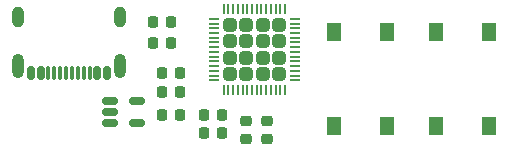
<source format=gbr>
%TF.GenerationSoftware,KiCad,Pcbnew,8.0.2*%
%TF.CreationDate,2024-05-17T16:53:08+03:00*%
%TF.ProjectId,zamonaryboard,7a616d6f-6e61-4727-9962-6f6172642e6b,rev?*%
%TF.SameCoordinates,Original*%
%TF.FileFunction,Paste,Top*%
%TF.FilePolarity,Positive*%
%FSLAX46Y46*%
G04 Gerber Fmt 4.6, Leading zero omitted, Abs format (unit mm)*
G04 Created by KiCad (PCBNEW 8.0.2) date 2024-05-17 16:53:08*
%MOMM*%
%LPD*%
G01*
G04 APERTURE LIST*
G04 Aperture macros list*
%AMRoundRect*
0 Rectangle with rounded corners*
0 $1 Rounding radius*
0 $2 $3 $4 $5 $6 $7 $8 $9 X,Y pos of 4 corners*
0 Add a 4 corners polygon primitive as box body*
4,1,4,$2,$3,$4,$5,$6,$7,$8,$9,$2,$3,0*
0 Add four circle primitives for the rounded corners*
1,1,$1+$1,$2,$3*
1,1,$1+$1,$4,$5*
1,1,$1+$1,$6,$7*
1,1,$1+$1,$8,$9*
0 Add four rect primitives between the rounded corners*
20,1,$1+$1,$2,$3,$4,$5,0*
20,1,$1+$1,$4,$5,$6,$7,0*
20,1,$1+$1,$6,$7,$8,$9,0*
20,1,$1+$1,$8,$9,$2,$3,0*%
G04 Aperture macros list end*
%ADD10RoundRect,0.225000X0.225000X0.250000X-0.225000X0.250000X-0.225000X-0.250000X0.225000X-0.250000X0*%
%ADD11R,1.300000X1.550000*%
%ADD12RoundRect,0.150000X-0.512500X-0.150000X0.512500X-0.150000X0.512500X0.150000X-0.512500X0.150000X0*%
%ADD13RoundRect,0.225000X-0.225000X-0.250000X0.225000X-0.250000X0.225000X0.250000X-0.225000X0.250000X0*%
%ADD14RoundRect,0.225000X-0.250000X0.225000X-0.250000X-0.225000X0.250000X-0.225000X0.250000X0.225000X0*%
%ADD15RoundRect,0.250000X-0.315000X-0.315000X0.315000X-0.315000X0.315000X0.315000X-0.315000X0.315000X0*%
%ADD16RoundRect,0.050000X-0.387500X-0.050000X0.387500X-0.050000X0.387500X0.050000X-0.387500X0.050000X0*%
%ADD17RoundRect,0.050000X-0.050000X-0.387500X0.050000X-0.387500X0.050000X0.387500X-0.050000X0.387500X0*%
%ADD18RoundRect,0.150000X0.150000X0.425000X-0.150000X0.425000X-0.150000X-0.425000X0.150000X-0.425000X0*%
%ADD19RoundRect,0.075000X0.075000X0.500000X-0.075000X0.500000X-0.075000X-0.500000X0.075000X-0.500000X0*%
%ADD20O,1.000000X2.100000*%
%ADD21O,1.000000X1.800000*%
%ADD22RoundRect,0.225000X0.250000X-0.225000X0.250000X0.225000X-0.250000X0.225000X-0.250000X-0.225000X0*%
G04 APERTURE END LIST*
D10*
%TO.C,C1*%
X136665000Y-78740000D03*
X135115000Y-78740000D03*
%TD*%
D11*
%TO.C,SW-RST1*%
X158278000Y-83223000D03*
X158278000Y-75273000D03*
X162778000Y-83223000D03*
X162778000Y-75273000D03*
%TD*%
%TO.C,SW1*%
X149642000Y-83223000D03*
X149642000Y-75273000D03*
X154142000Y-83223000D03*
X154142000Y-75273000D03*
%TD*%
D12*
%TO.C,U2*%
X130688500Y-81092000D03*
X130688500Y-82042000D03*
X130688500Y-82992000D03*
X132963500Y-82992000D03*
X132963500Y-81092000D03*
%TD*%
D13*
%TO.C,R1*%
X134340000Y-76200000D03*
X135890000Y-76200000D03*
%TD*%
D14*
%TO.C,C6*%
X144018000Y-82804000D03*
X144018000Y-84354000D03*
%TD*%
D15*
%TO.C,U1*%
X140840000Y-74670000D03*
X140840000Y-76070000D03*
X140840000Y-77470000D03*
X140840000Y-78870000D03*
X142240000Y-74670000D03*
X142240000Y-76070000D03*
X142240000Y-77470000D03*
X142240000Y-78870000D03*
X143640000Y-74670000D03*
X143640000Y-76070000D03*
X143640000Y-77470000D03*
X143640000Y-78870000D03*
X145040000Y-74670000D03*
X145040000Y-76070000D03*
X145040000Y-77470000D03*
X145040000Y-78870000D03*
D16*
X139502500Y-74170000D03*
X139502500Y-74570000D03*
X139502500Y-74970000D03*
X139502500Y-75370000D03*
X139502500Y-75770000D03*
X139502500Y-76170000D03*
X139502500Y-76570000D03*
X139502500Y-76970000D03*
X139502500Y-77370000D03*
X139502500Y-77770000D03*
X139502500Y-78170000D03*
X139502500Y-78570000D03*
X139502500Y-78970000D03*
X139502500Y-79370000D03*
D17*
X140340000Y-80207500D03*
X140740000Y-80207500D03*
X141140000Y-80207500D03*
X141540000Y-80207500D03*
X141940000Y-80207500D03*
X142340000Y-80207500D03*
X142740000Y-80207500D03*
X143140000Y-80207500D03*
X143540000Y-80207500D03*
X143940000Y-80207500D03*
X144340000Y-80207500D03*
X144740000Y-80207500D03*
X145140000Y-80207500D03*
X145540000Y-80207500D03*
D16*
X146377500Y-79370000D03*
X146377500Y-78970000D03*
X146377500Y-78570000D03*
X146377500Y-78170000D03*
X146377500Y-77770000D03*
X146377500Y-77370000D03*
X146377500Y-76970000D03*
X146377500Y-76570000D03*
X146377500Y-76170000D03*
X146377500Y-75770000D03*
X146377500Y-75370000D03*
X146377500Y-74970000D03*
X146377500Y-74570000D03*
X146377500Y-74170000D03*
D17*
X145540000Y-73332500D03*
X145140000Y-73332500D03*
X144740000Y-73332500D03*
X144340000Y-73332500D03*
X143940000Y-73332500D03*
X143540000Y-73332500D03*
X143140000Y-73332500D03*
X142740000Y-73332500D03*
X142340000Y-73332500D03*
X141940000Y-73332500D03*
X141540000Y-73332500D03*
X141140000Y-73332500D03*
X140740000Y-73332500D03*
X140340000Y-73332500D03*
%TD*%
D18*
%TO.C,J1*%
X130450000Y-78740000D03*
X129650000Y-78740000D03*
D19*
X128500000Y-78740000D03*
X127500000Y-78740000D03*
X127000000Y-78740000D03*
X126000000Y-78740000D03*
D18*
X124850000Y-78740000D03*
X124050000Y-78740000D03*
X124050000Y-78740000D03*
X124850000Y-78740000D03*
D19*
X125500000Y-78740000D03*
X126500000Y-78740000D03*
X128000000Y-78740000D03*
X129000000Y-78740000D03*
D18*
X129650000Y-78740000D03*
X130450000Y-78740000D03*
D20*
X131570000Y-78165000D03*
D21*
X131570000Y-73985000D03*
D20*
X122930000Y-78165000D03*
D21*
X122930000Y-73985000D03*
%TD*%
D10*
%TO.C,C5*%
X140208000Y-83820000D03*
X138658000Y-83820000D03*
%TD*%
%TO.C,C2*%
X136652000Y-82296000D03*
X135102000Y-82296000D03*
%TD*%
%TO.C,C3*%
X136678000Y-80391000D03*
X135128000Y-80391000D03*
%TD*%
%TO.C,R2*%
X135890000Y-74435000D03*
X134340000Y-74435000D03*
%TD*%
D22*
%TO.C,C7*%
X142240000Y-84354000D03*
X142240000Y-82804000D03*
%TD*%
D10*
%TO.C,C4*%
X140234000Y-82296000D03*
X138684000Y-82296000D03*
%TD*%
M02*

</source>
